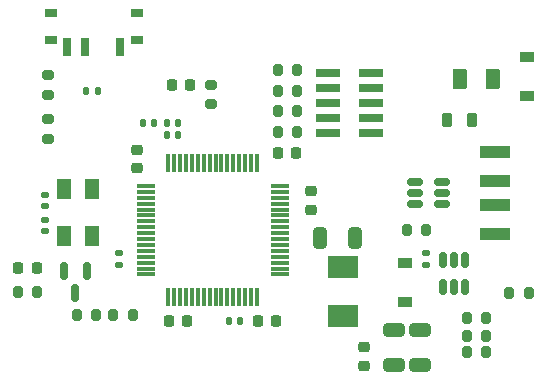
<source format=gbr>
%TF.GenerationSoftware,KiCad,Pcbnew,(6.0.6)*%
%TF.CreationDate,2022-08-05T13:26:10+02:00*%
%TF.ProjectId,stm32_basic,73746d33-325f-4626-9173-69632e6b6963,rev?*%
%TF.SameCoordinates,Original*%
%TF.FileFunction,Paste,Top*%
%TF.FilePolarity,Positive*%
%FSLAX46Y46*%
G04 Gerber Fmt 4.6, Leading zero omitted, Abs format (unit mm)*
G04 Created by KiCad (PCBNEW (6.0.6)) date 2022-08-05 13:26:10*
%MOMM*%
%LPD*%
G01*
G04 APERTURE LIST*
G04 Aperture macros list*
%AMRoundRect*
0 Rectangle with rounded corners*
0 $1 Rounding radius*
0 $2 $3 $4 $5 $6 $7 $8 $9 X,Y pos of 4 corners*
0 Add a 4 corners polygon primitive as box body*
4,1,4,$2,$3,$4,$5,$6,$7,$8,$9,$2,$3,0*
0 Add four circle primitives for the rounded corners*
1,1,$1+$1,$2,$3*
1,1,$1+$1,$4,$5*
1,1,$1+$1,$6,$7*
1,1,$1+$1,$8,$9*
0 Add four rect primitives between the rounded corners*
20,1,$1+$1,$2,$3,$4,$5,0*
20,1,$1+$1,$4,$5,$6,$7,0*
20,1,$1+$1,$6,$7,$8,$9,0*
20,1,$1+$1,$8,$9,$2,$3,0*%
G04 Aperture macros list end*
%ADD10RoundRect,0.225000X0.225000X0.250000X-0.225000X0.250000X-0.225000X-0.250000X0.225000X-0.250000X0*%
%ADD11RoundRect,0.140000X0.140000X0.170000X-0.140000X0.170000X-0.140000X-0.170000X0.140000X-0.170000X0*%
%ADD12R,2.100000X0.750000*%
%ADD13RoundRect,0.140000X-0.140000X-0.170000X0.140000X-0.170000X0.140000X0.170000X-0.140000X0.170000X0*%
%ADD14R,2.500000X1.100000*%
%ADD15RoundRect,0.225000X0.250000X-0.225000X0.250000X0.225000X-0.250000X0.225000X-0.250000X-0.225000X0*%
%ADD16RoundRect,0.140000X0.170000X-0.140000X0.170000X0.140000X-0.170000X0.140000X-0.170000X-0.140000X0*%
%ADD17RoundRect,0.150000X-0.150000X0.587500X-0.150000X-0.587500X0.150000X-0.587500X0.150000X0.587500X0*%
%ADD18R,1.200000X0.900000*%
%ADD19RoundRect,0.135000X-0.135000X-0.185000X0.135000X-0.185000X0.135000X0.185000X-0.135000X0.185000X0*%
%ADD20R,1.000000X0.800000*%
%ADD21R,0.700000X1.500000*%
%ADD22RoundRect,0.218750X-0.218750X-0.256250X0.218750X-0.256250X0.218750X0.256250X-0.218750X0.256250X0*%
%ADD23RoundRect,0.200000X-0.200000X-0.275000X0.200000X-0.275000X0.200000X0.275000X-0.200000X0.275000X0*%
%ADD24RoundRect,0.200000X0.200000X0.275000X-0.200000X0.275000X-0.200000X-0.275000X0.200000X-0.275000X0*%
%ADD25R,2.500000X1.900000*%
%ADD26RoundRect,0.200000X-0.275000X0.200000X-0.275000X-0.200000X0.275000X-0.200000X0.275000X0.200000X0*%
%ADD27RoundRect,0.250000X0.650000X-0.325000X0.650000X0.325000X-0.650000X0.325000X-0.650000X-0.325000X0*%
%ADD28RoundRect,0.200000X0.275000X-0.200000X0.275000X0.200000X-0.275000X0.200000X-0.275000X-0.200000X0*%
%ADD29RoundRect,0.147500X-0.147500X-0.172500X0.147500X-0.172500X0.147500X0.172500X-0.147500X0.172500X0*%
%ADD30RoundRect,0.225000X-0.250000X0.225000X-0.250000X-0.225000X0.250000X-0.225000X0.250000X0.225000X0*%
%ADD31R,1.200000X1.800000*%
%ADD32RoundRect,0.250000X-0.325000X-0.650000X0.325000X-0.650000X0.325000X0.650000X-0.325000X0.650000X0*%
%ADD33RoundRect,0.075000X-0.700000X-0.075000X0.700000X-0.075000X0.700000X0.075000X-0.700000X0.075000X0*%
%ADD34RoundRect,0.075000X-0.075000X-0.700000X0.075000X-0.700000X0.075000X0.700000X-0.075000X0.700000X0*%
%ADD35RoundRect,0.218750X0.218750X0.381250X-0.218750X0.381250X-0.218750X-0.381250X0.218750X-0.381250X0*%
%ADD36RoundRect,0.250000X-0.375000X-0.625000X0.375000X-0.625000X0.375000X0.625000X-0.375000X0.625000X0*%
%ADD37RoundRect,0.150000X0.150000X-0.512500X0.150000X0.512500X-0.150000X0.512500X-0.150000X-0.512500X0*%
%ADD38RoundRect,0.218750X0.218750X0.256250X-0.218750X0.256250X-0.218750X-0.256250X0.218750X-0.256250X0*%
%ADD39RoundRect,0.140000X-0.170000X0.140000X-0.170000X-0.140000X0.170000X-0.140000X0.170000X0.140000X0*%
%ADD40RoundRect,0.150000X0.512500X0.150000X-0.512500X0.150000X-0.512500X-0.150000X0.512500X-0.150000X0*%
G04 APERTURE END LIST*
D10*
%TO.C,C9*%
X146500000Y-114050000D03*
X144950000Y-114050000D03*
%TD*%
D11*
%TO.C,C13*%
X150980000Y-114050000D03*
X150020000Y-114050000D03*
%TD*%
D12*
%TO.C,J2*%
X162050000Y-93010000D03*
X158450000Y-93010000D03*
X162050000Y-94280000D03*
X158450000Y-94280000D03*
X162050000Y-95550000D03*
X158450000Y-95550000D03*
X162050000Y-96820000D03*
X158450000Y-96820000D03*
X162050000Y-98090000D03*
X158450000Y-98090000D03*
%TD*%
D13*
%TO.C,C7*%
X144770000Y-98300000D03*
X145730000Y-98300000D03*
%TD*%
D14*
%TO.C,J1*%
X172600000Y-99700000D03*
X172600000Y-102200000D03*
X172600000Y-104200000D03*
X172600000Y-106700000D03*
%TD*%
D15*
%TO.C,C11*%
X142250000Y-101075000D03*
X142250000Y-99525000D03*
%TD*%
D16*
%TO.C,C14*%
X140750000Y-109280000D03*
X140750000Y-108320000D03*
%TD*%
D17*
%TO.C,Q1*%
X138000000Y-109800000D03*
X136100000Y-109800000D03*
X137050000Y-111675000D03*
%TD*%
D18*
%TO.C,D1*%
X175250000Y-91650000D03*
X175250000Y-94950000D03*
%TD*%
D10*
%TO.C,C10*%
X154050000Y-114050000D03*
X152500000Y-114050000D03*
%TD*%
D19*
%TO.C,R20*%
X137980000Y-94550000D03*
X139000000Y-94550000D03*
%TD*%
D20*
%TO.C,SW1*%
X142250000Y-88000000D03*
X134950000Y-90210000D03*
X134950000Y-88000000D03*
X142250000Y-90210000D03*
D21*
X140850000Y-90860000D03*
X137850000Y-90860000D03*
X136350000Y-90860000D03*
%TD*%
D22*
%TO.C,D4*%
X132212500Y-109550000D03*
X133787500Y-109550000D03*
%TD*%
D23*
%TO.C,R1*%
X170175000Y-113800000D03*
X171825000Y-113800000D03*
%TD*%
D24*
%TO.C,R3*%
X171825000Y-115300000D03*
X170175000Y-115300000D03*
%TD*%
D10*
%TO.C,C5*%
X155775000Y-99800000D03*
X154225000Y-99800000D03*
%TD*%
D24*
%TO.C,TH1*%
X141900000Y-113550000D03*
X140250000Y-113550000D03*
%TD*%
D16*
%TO.C,C1*%
X166700000Y-109280000D03*
X166700000Y-108320000D03*
%TD*%
D13*
%TO.C,C6*%
X144770000Y-97300000D03*
X145730000Y-97300000D03*
%TD*%
D24*
%TO.C,R21*%
X138825000Y-113550000D03*
X137175000Y-113550000D03*
%TD*%
D23*
%TO.C,R9*%
X154175000Y-96300000D03*
X155825000Y-96300000D03*
%TD*%
D25*
%TO.C,L1*%
X159750000Y-109500000D03*
X159750000Y-113600000D03*
%TD*%
D26*
%TO.C,R6*%
X148500000Y-94050000D03*
X148500000Y-95700000D03*
%TD*%
D27*
%TO.C,C3*%
X166250000Y-117775000D03*
X166250000Y-114825000D03*
%TD*%
D16*
%TO.C,C15*%
X134500000Y-104300000D03*
X134500000Y-103340000D03*
%TD*%
D28*
%TO.C,R14*%
X134750000Y-98625000D03*
X134750000Y-96975000D03*
%TD*%
D29*
%TO.C,L2*%
X142765000Y-97300000D03*
X143735000Y-97300000D03*
%TD*%
D30*
%TO.C,C12*%
X157000000Y-103050000D03*
X157000000Y-104600000D03*
%TD*%
D31*
%TO.C,Y1*%
X136100000Y-102850000D03*
X136100000Y-106850000D03*
X138500000Y-106850000D03*
X138500000Y-102850000D03*
%TD*%
D23*
%TO.C,R5*%
X170175000Y-116700000D03*
X171825000Y-116700000D03*
%TD*%
D32*
%TO.C,C2*%
X157775000Y-107050000D03*
X160725000Y-107050000D03*
%TD*%
D33*
%TO.C,U3*%
X142993199Y-102600000D03*
X142993199Y-103100000D03*
X142993199Y-103600000D03*
X142993199Y-104100000D03*
X142993199Y-104600000D03*
X142993199Y-105100000D03*
X142993199Y-105600000D03*
X142993199Y-106100000D03*
X142993199Y-106600000D03*
X142993199Y-107100000D03*
X142993199Y-107600000D03*
X142993199Y-108100000D03*
X142993199Y-108600000D03*
X142993199Y-109100000D03*
X142993199Y-109600000D03*
X142993199Y-110100000D03*
D34*
X144918199Y-112025000D03*
X145418199Y-112025000D03*
X145918199Y-112025000D03*
X146418199Y-112025000D03*
X146918199Y-112025000D03*
X147418199Y-112025000D03*
X147918199Y-112025000D03*
X148418199Y-112025000D03*
X148918199Y-112025000D03*
X149418199Y-112025000D03*
X149918199Y-112025000D03*
X150418199Y-112025000D03*
X150918199Y-112025000D03*
X151418199Y-112025000D03*
X151918199Y-112025000D03*
X152418199Y-112025000D03*
D33*
X154343199Y-110100000D03*
X154343199Y-109600000D03*
X154343199Y-109100000D03*
X154343199Y-108600000D03*
X154343199Y-108100000D03*
X154343199Y-107600000D03*
X154343199Y-107100000D03*
X154343199Y-106600000D03*
X154343199Y-106100000D03*
X154343199Y-105600000D03*
X154343199Y-105100000D03*
X154343199Y-104600000D03*
X154343199Y-104100000D03*
X154343199Y-103600000D03*
X154343199Y-103100000D03*
X154343199Y-102600000D03*
D34*
X152418199Y-100675000D03*
X151918199Y-100675000D03*
X151418199Y-100675000D03*
X150918199Y-100675000D03*
X150418199Y-100675000D03*
X149918199Y-100675000D03*
X149418199Y-100675000D03*
X148918199Y-100675000D03*
X148418199Y-100675000D03*
X147918199Y-100675000D03*
X147418199Y-100675000D03*
X146918199Y-100675000D03*
X146418199Y-100675000D03*
X145918199Y-100675000D03*
X145418199Y-100675000D03*
X144918199Y-100675000D03*
%TD*%
D23*
%TO.C,R22*%
X132175000Y-111550000D03*
X133825000Y-111550000D03*
%TD*%
D24*
%TO.C,R2*%
X166750000Y-106300000D03*
X165100000Y-106300000D03*
%TD*%
D35*
%TO.C,FB1*%
X170625000Y-97050000D03*
X168500000Y-97050000D03*
%TD*%
D23*
%TO.C,R10*%
X154175000Y-98050000D03*
X155825000Y-98050000D03*
%TD*%
%TO.C,R7*%
X154175000Y-92800000D03*
X155825000Y-92800000D03*
%TD*%
D36*
%TO.C,F1*%
X169600000Y-93550000D03*
X172400000Y-93550000D03*
%TD*%
D26*
%TO.C,R15*%
X134750000Y-93225000D03*
X134750000Y-94875000D03*
%TD*%
D30*
%TO.C,C8*%
X161500000Y-116275000D03*
X161500000Y-117825000D03*
%TD*%
D18*
%TO.C,D3*%
X165000000Y-109125000D03*
X165000000Y-112425000D03*
%TD*%
D23*
%TO.C,R12*%
X173775000Y-111700000D03*
X175425000Y-111700000D03*
%TD*%
D37*
%TO.C,U1*%
X168150000Y-111137500D03*
X169100000Y-111137500D03*
X170050000Y-111137500D03*
X170050000Y-108862500D03*
X169100000Y-108862500D03*
X168150000Y-108862500D03*
%TD*%
D38*
%TO.C,D2*%
X146787500Y-94050000D03*
X145212500Y-94050000D03*
%TD*%
D23*
%TO.C,R8*%
X154175000Y-94550000D03*
X155825000Y-94550000D03*
%TD*%
D27*
%TO.C,C4*%
X164000000Y-117775000D03*
X164000000Y-114825000D03*
%TD*%
D39*
%TO.C,C16*%
X134500000Y-105500000D03*
X134500000Y-106460000D03*
%TD*%
D40*
%TO.C,U2*%
X168100000Y-104150000D03*
X168100000Y-103200000D03*
X168100000Y-102250000D03*
X165825000Y-102250000D03*
X165825000Y-103200000D03*
X165825000Y-104150000D03*
%TD*%
M02*

</source>
